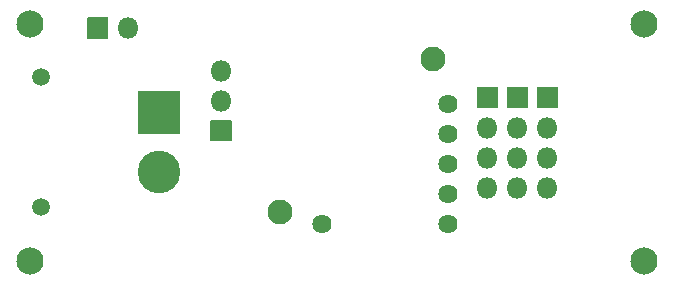
<source format=gbs>
G04 #@! TF.GenerationSoftware,KiCad,Pcbnew,(5.1.10)-1*
G04 #@! TF.CreationDate,2022-12-02T15:34:49-08:00*
G04 #@! TF.ProjectId,D24V22Fx_breakout,44323456-3232-4467-985f-627265616b6f,rev?*
G04 #@! TF.SameCoordinates,Original*
G04 #@! TF.FileFunction,Soldermask,Bot*
G04 #@! TF.FilePolarity,Negative*
%FSLAX46Y46*%
G04 Gerber Fmt 4.6, Leading zero omitted, Abs format (unit mm)*
G04 Created by KiCad (PCBNEW (5.1.10)-1) date 2022-12-02 15:34:49*
%MOMM*%
%LPD*%
G01*
G04 APERTURE LIST*
%ADD10C,1.626000*%
%ADD11C,2.102000*%
%ADD12O,1.802000X1.802000*%
%ADD13C,2.302000*%
%ADD14C,3.602000*%
%ADD15C,1.502000*%
G04 APERTURE END LIST*
D10*
X155422600Y-86898480D03*
X155422600Y-84358480D03*
X155422600Y-81818480D03*
X155422600Y-79278480D03*
X155422600Y-76738480D03*
X144732600Y-86898480D03*
D11*
X154152600Y-72928480D03*
X141192600Y-85868480D03*
D12*
X163830000Y-83820000D03*
X163830000Y-81280000D03*
X163830000Y-78740000D03*
G36*
G01*
X162929000Y-77050000D02*
X162929000Y-75350000D01*
G75*
G02*
X162980000Y-75299000I51000J0D01*
G01*
X164680000Y-75299000D01*
G75*
G02*
X164731000Y-75350000I0J-51000D01*
G01*
X164731000Y-77050000D01*
G75*
G02*
X164680000Y-77101000I-51000J0D01*
G01*
X162980000Y-77101000D01*
G75*
G02*
X162929000Y-77050000I0J51000D01*
G01*
G37*
X161290000Y-83820000D03*
X161290000Y-81280000D03*
X161290000Y-78740000D03*
G36*
G01*
X160389000Y-77050000D02*
X160389000Y-75350000D01*
G75*
G02*
X160440000Y-75299000I51000J0D01*
G01*
X162140000Y-75299000D01*
G75*
G02*
X162191000Y-75350000I0J-51000D01*
G01*
X162191000Y-77050000D01*
G75*
G02*
X162140000Y-77101000I-51000J0D01*
G01*
X160440000Y-77101000D01*
G75*
G02*
X160389000Y-77050000I0J51000D01*
G01*
G37*
X158750000Y-83820000D03*
X158750000Y-81280000D03*
X158750000Y-78740000D03*
G36*
G01*
X157849000Y-77050000D02*
X157849000Y-75350000D01*
G75*
G02*
X157900000Y-75299000I51000J0D01*
G01*
X159600000Y-75299000D01*
G75*
G02*
X159651000Y-75350000I0J-51000D01*
G01*
X159651000Y-77050000D01*
G75*
G02*
X159600000Y-77101000I-51000J0D01*
G01*
X157900000Y-77101000D01*
G75*
G02*
X157849000Y-77050000I0J51000D01*
G01*
G37*
X128300000Y-70300000D03*
G36*
G01*
X126610000Y-71201000D02*
X124910000Y-71201000D01*
G75*
G02*
X124859000Y-71150000I0J51000D01*
G01*
X124859000Y-69450000D01*
G75*
G02*
X124910000Y-69399000I51000J0D01*
G01*
X126610000Y-69399000D01*
G75*
G02*
X126661000Y-69450000I0J-51000D01*
G01*
X126661000Y-71150000D01*
G75*
G02*
X126610000Y-71201000I-51000J0D01*
G01*
G37*
D13*
X120000000Y-90000000D03*
X172000000Y-90000000D03*
X120000000Y-70000000D03*
X172000000Y-70000000D03*
D14*
X130937000Y-82470000D03*
G36*
G01*
X132687000Y-79271000D02*
X129187000Y-79271000D01*
G75*
G02*
X129136000Y-79220000I0J51000D01*
G01*
X129136000Y-75720000D01*
G75*
G02*
X129187000Y-75669000I51000J0D01*
G01*
X132687000Y-75669000D01*
G75*
G02*
X132738000Y-75720000I0J-51000D01*
G01*
X132738000Y-79220000D01*
G75*
G02*
X132687000Y-79271000I-51000J0D01*
G01*
G37*
D15*
X120937000Y-85470000D03*
X120937000Y-74470000D03*
D12*
X136200000Y-73920000D03*
X136200000Y-76460000D03*
G36*
G01*
X137101000Y-78150000D02*
X137101000Y-79850000D01*
G75*
G02*
X137050000Y-79901000I-51000J0D01*
G01*
X135350000Y-79901000D01*
G75*
G02*
X135299000Y-79850000I0J51000D01*
G01*
X135299000Y-78150000D01*
G75*
G02*
X135350000Y-78099000I51000J0D01*
G01*
X137050000Y-78099000D01*
G75*
G02*
X137101000Y-78150000I0J-51000D01*
G01*
G37*
M02*

</source>
